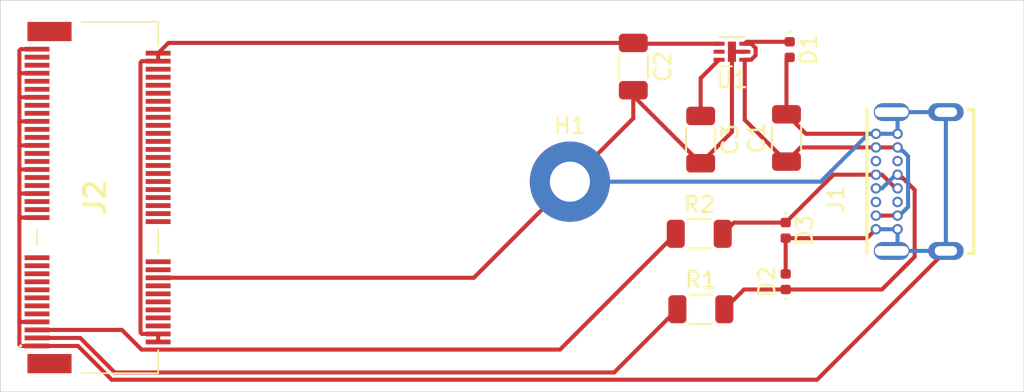
<source format=kicad_pcb>
(kicad_pcb (version 20171130) (host pcbnew "(5.1.10)-1")

  (general
    (thickness 1.6)
    (drawings 16)
    (tracks 125)
    (zones 0)
    (modules 12)
    (nets 64)
  )

  (page A4)
  (layers
    (0 F.Cu signal)
    (31 B.Cu signal)
    (32 B.Adhes user)
    (33 F.Adhes user)
    (34 B.Paste user)
    (35 F.Paste user)
    (36 B.SilkS user)
    (37 F.SilkS user)
    (38 B.Mask user)
    (39 F.Mask user)
    (40 Dwgs.User user hide)
    (41 Cmts.User user)
    (42 Eco1.User user)
    (43 Eco2.User user)
    (44 Edge.Cuts user)
    (45 Margin user hide)
    (46 B.CrtYd user)
    (47 F.CrtYd user)
    (48 B.Fab user)
    (49 F.Fab user)
  )

  (setup
    (last_trace_width 0.254)
    (trace_clearance 0.2)
    (zone_clearance 0.508)
    (zone_45_only no)
    (trace_min 0.254)
    (via_size 0.8)
    (via_drill 0.381)
    (via_min_size 0.381)
    (via_min_drill 0.3)
    (uvia_size 0.3)
    (uvia_drill 0.1)
    (uvias_allowed no)
    (uvia_min_size 0.2)
    (uvia_min_drill 0.1)
    (edge_width 0.05)
    (segment_width 0.2)
    (pcb_text_width 0.3)
    (pcb_text_size 1.5 1.5)
    (mod_edge_width 0.12)
    (mod_text_size 1 1)
    (mod_text_width 0.15)
    (pad_size 1.524 1.524)
    (pad_drill 0.762)
    (pad_to_mask_clearance 0)
    (aux_axis_origin 0 0)
    (grid_origin 80.45 110.4)
    (visible_elements 7FFFFFFF)
    (pcbplotparams
      (layerselection 0x010fc_ffffffff)
      (usegerberextensions false)
      (usegerberattributes true)
      (usegerberadvancedattributes true)
      (creategerberjobfile true)
      (excludeedgelayer true)
      (linewidth 0.100000)
      (plotframeref false)
      (viasonmask false)
      (mode 1)
      (useauxorigin false)
      (hpglpennumber 1)
      (hpglpenspeed 20)
      (hpglpendiameter 15.000000)
      (psnegative false)
      (psa4output false)
      (plotreference true)
      (plotvalue true)
      (plotinvisibletext false)
      (padsonsilk false)
      (subtractmaskfromsilk true)
      (outputformat 1)
      (mirror false)
      (drillshape 0)
      (scaleselection 1)
      (outputdirectory "gerber/"))
  )

  (net 0 "")
  (net 1 GND)
  (net 2 "Net-(J2-Pad6)")
  (net 3 "Net-(J2-Pad8)")
  (net 4 "Net-(J2-Pad9)")
  (net 5 "Net-(J2-Pad10)")
  (net 6 "Net-(J2-Pad11)")
  (net 7 "Net-(J2-Pad12)")
  (net 8 "Net-(J2-Pad13)")
  (net 9 "Net-(J2-Pad14)")
  (net 10 "Net-(J2-Pad15)")
  (net 11 "Net-(J2-Pad16)")
  (net 12 "Net-(J2-Pad17)")
  (net 13 "Net-(J2-Pad19)")
  (net 14 "Net-(J2-Pad20)")
  (net 15 "Net-(J2-Pad21)")
  (net 16 "Net-(J2-Pad22)")
  (net 17 "Net-(J2-Pad23)")
  (net 18 "Net-(J2-Pad32)")
  (net 19 "Net-(J2-Pad34)")
  (net 20 "Net-(J2-Pad35)")
  (net 21 "Net-(J2-Pad36)")
  (net 22 "Net-(J2-Pad37)")
  (net 23 "Net-(J2-Pad38)")
  (net 24 "Net-(J2-Pad40)")
  (net 25 "Net-(J2-Pad41)")
  (net 26 "Net-(J2-Pad42)")
  (net 27 "Net-(J2-Pad43)")
  (net 28 "Net-(J2-Pad44)")
  (net 29 "Net-(J2-Pad46)")
  (net 30 "Net-(J2-Pad47)")
  (net 31 "Net-(J2-Pad48)")
  (net 32 "Net-(J2-Pad49)")
  (net 33 "Net-(J2-Pad50)")
  (net 34 "Net-(J2-Pad52)")
  (net 35 "Net-(J2-Pad53)")
  (net 36 "Net-(J2-Pad54)")
  (net 37 "Net-(J2-Pad55)")
  (net 38 "Net-(J2-Pad56)")
  (net 39 "Net-(J2-Pad58)")
  (net 40 "Net-(J2-Pad59)")
  (net 41 "Net-(J2-Pad60)")
  (net 42 "Net-(J2-Pad61)")
  (net 43 "Net-(J2-Pad62)")
  (net 44 "Net-(J2-Pad64)")
  (net 45 "Net-(J2-Pad65)")
  (net 46 "Net-(J2-Pad66)")
  (net 47 "Net-(J2-Pad67)")
  (net 48 "Net-(J2-Pad68)")
  (net 49 "Net-(J2-Pad70)")
  (net 50 "Net-(J2-Pad71)")
  (net 51 "Net-(J2-Pad73)")
  (net 52 /5V)
  (net 53 /3V3)
  (net 54 "Net-(C3-Pad1)")
  (net 55 /D_minus_USB)
  (net 56 /D_plus_USB)
  (net 57 "Net-(J1-PadA5)")
  (net 58 "Net-(J1-PadA8)")
  (net 59 "Net-(J1-PadB5)")
  (net 60 "Net-(J1-PadB8)")
  (net 61 /D_plus_M2)
  (net 62 /D_minus_M2)
  (net 63 "Net-(U1-Pad5)")

  (net_class Default "This is the default net class."
    (clearance 0.2)
    (trace_width 0.254)
    (via_dia 0.8)
    (via_drill 0.381)
    (uvia_dia 0.3)
    (uvia_drill 0.1)
    (diff_pair_width 0.254)
    (diff_pair_gap 0.25)
    (add_net /3V3)
    (add_net /5V)
    (add_net /D_minus_M2)
    (add_net /D_minus_USB)
    (add_net /D_plus_M2)
    (add_net /D_plus_USB)
    (add_net GND)
    (add_net "Net-(C3-Pad1)")
    (add_net "Net-(J1-PadA5)")
    (add_net "Net-(J1-PadA8)")
    (add_net "Net-(J1-PadB5)")
    (add_net "Net-(J1-PadB8)")
    (add_net "Net-(J2-Pad10)")
    (add_net "Net-(J2-Pad11)")
    (add_net "Net-(J2-Pad12)")
    (add_net "Net-(J2-Pad13)")
    (add_net "Net-(J2-Pad14)")
    (add_net "Net-(J2-Pad15)")
    (add_net "Net-(J2-Pad16)")
    (add_net "Net-(J2-Pad17)")
    (add_net "Net-(J2-Pad19)")
    (add_net "Net-(J2-Pad20)")
    (add_net "Net-(J2-Pad21)")
    (add_net "Net-(J2-Pad22)")
    (add_net "Net-(J2-Pad23)")
    (add_net "Net-(J2-Pad32)")
    (add_net "Net-(J2-Pad34)")
    (add_net "Net-(J2-Pad35)")
    (add_net "Net-(J2-Pad36)")
    (add_net "Net-(J2-Pad37)")
    (add_net "Net-(J2-Pad38)")
    (add_net "Net-(J2-Pad40)")
    (add_net "Net-(J2-Pad41)")
    (add_net "Net-(J2-Pad42)")
    (add_net "Net-(J2-Pad43)")
    (add_net "Net-(J2-Pad44)")
    (add_net "Net-(J2-Pad46)")
    (add_net "Net-(J2-Pad47)")
    (add_net "Net-(J2-Pad48)")
    (add_net "Net-(J2-Pad49)")
    (add_net "Net-(J2-Pad50)")
    (add_net "Net-(J2-Pad52)")
    (add_net "Net-(J2-Pad53)")
    (add_net "Net-(J2-Pad54)")
    (add_net "Net-(J2-Pad55)")
    (add_net "Net-(J2-Pad56)")
    (add_net "Net-(J2-Pad58)")
    (add_net "Net-(J2-Pad59)")
    (add_net "Net-(J2-Pad6)")
    (add_net "Net-(J2-Pad60)")
    (add_net "Net-(J2-Pad61)")
    (add_net "Net-(J2-Pad62)")
    (add_net "Net-(J2-Pad64)")
    (add_net "Net-(J2-Pad65)")
    (add_net "Net-(J2-Pad66)")
    (add_net "Net-(J2-Pad67)")
    (add_net "Net-(J2-Pad68)")
    (add_net "Net-(J2-Pad70)")
    (add_net "Net-(J2-Pad71)")
    (add_net "Net-(J2-Pad73)")
    (add_net "Net-(J2-Pad8)")
    (add_net "Net-(J2-Pad9)")
    (add_net "Net-(U1-Pad5)")
  )

  (module Package_DFN_QFN:MLF-6-1EP_1.6x1.6mm_P0.5mm_EP0.5x1.26mm (layer F.Cu) (tedit 5DC5F696) (tstamp 61A55FBC)
    (at 124.25 86.4 180)
    (descr "MLF, 6 Pin (http://ww1.microchip.com/downloads/en/DeviceDoc/mic5353.pdf), generated with kicad-footprint-generator ipc_noLead_generator.py")
    (tags "MLF NoLead")
    (path /61820D85)
    (attr smd)
    (fp_text reference U1 (at 0 -1.75) (layer F.SilkS)
      (effects (font (size 1 1) (thickness 0.15)))
    )
    (fp_text value MIC5353-3.3YMT (at 0 1.75) (layer F.Fab)
      (effects (font (size 1 1) (thickness 0.15)))
    )
    (fp_text user %R (at 0 0) (layer F.Fab)
      (effects (font (size 0.4 0.4) (thickness 0.06)))
    )
    (fp_line (start 0 -0.91) (end 0.8 -0.91) (layer F.SilkS) (width 0.12))
    (fp_line (start -0.8 0.91) (end 0.8 0.91) (layer F.SilkS) (width 0.12))
    (fp_line (start -0.4 -0.8) (end 0.8 -0.8) (layer F.Fab) (width 0.1))
    (fp_line (start 0.8 -0.8) (end 0.8 0.8) (layer F.Fab) (width 0.1))
    (fp_line (start 0.8 0.8) (end -0.8 0.8) (layer F.Fab) (width 0.1))
    (fp_line (start -0.8 0.8) (end -0.8 -0.4) (layer F.Fab) (width 0.1))
    (fp_line (start -0.8 -0.4) (end -0.4 -0.8) (layer F.Fab) (width 0.1))
    (fp_line (start -1.4 -1.05) (end -1.4 1.05) (layer F.CrtYd) (width 0.05))
    (fp_line (start -1.4 1.05) (end 1.4 1.05) (layer F.CrtYd) (width 0.05))
    (fp_line (start 1.4 1.05) (end 1.4 -1.05) (layer F.CrtYd) (width 0.05))
    (fp_line (start 1.4 -1.05) (end -1.4 -1.05) (layer F.CrtYd) (width 0.05))
    (pad "" smd roundrect (at 0 0.315 180) (size 0.4 0.51) (layers F.Paste) (roundrect_rratio 0.25))
    (pad "" smd roundrect (at 0 -0.315 180) (size 0.4 0.51) (layers F.Paste) (roundrect_rratio 0.25))
    (pad 7 smd rect (at 0 0 180) (size 0.5 1.26) (layers F.Cu F.Mask)
      (net 1 GND))
    (pad 6 smd roundrect (at 0.8 -0.5 180) (size 0.7 0.25) (layers F.Cu F.Paste F.Mask) (roundrect_rratio 0.25)
      (net 54 "Net-(C3-Pad1)"))
    (pad 5 smd roundrect (at 0.8 0 180) (size 0.7 0.25) (layers F.Cu F.Paste F.Mask) (roundrect_rratio 0.25)
      (net 63 "Net-(U1-Pad5)"))
    (pad 4 smd roundrect (at 0.8 0.5 180) (size 0.7 0.25) (layers F.Cu F.Paste F.Mask) (roundrect_rratio 0.25)
      (net 53 /3V3))
    (pad 3 smd roundrect (at -0.8 0.5 180) (size 0.7 0.25) (layers F.Cu F.Paste F.Mask) (roundrect_rratio 0.25)
      (net 52 /5V))
    (pad 2 smd roundrect (at -0.8 0 180) (size 0.7 0.25) (layers F.Cu F.Paste F.Mask) (roundrect_rratio 0.25)
      (net 1 GND))
    (pad 1 smd roundrect (at -0.8 -0.5 180) (size 0.7 0.25) (layers F.Cu F.Paste F.Mask) (roundrect_rratio 0.25)
      (net 52 /5V))
    (model ${KISYS3DMOD}/Package_DFN_QFN.3dshapes/MLF-6-1EP_1.6x1.6mm_P0.5mm_EP0.5x1.26mm.wrl
      (at (xyz 0 0 0))
      (scale (xyz 1 1 1))
      (rotate (xyz 0 0 0))
    )
  )

  (module Resistor_SMD:R_1206_3216Metric (layer F.Cu) (tedit 5F68FEEE) (tstamp 61A55FA3)
    (at 122.2125 97.75)
    (descr "Resistor SMD 1206 (3216 Metric), square (rectangular) end terminal, IPC_7351 nominal, (Body size source: IPC-SM-782 page 72, https://www.pcb-3d.com/wordpress/wp-content/uploads/ipc-sm-782a_amendment_1_and_2.pdf), generated with kicad-footprint-generator")
    (tags resistor)
    (path /616F6EF9)
    (attr smd)
    (fp_text reference R2 (at 0 -1.82) (layer F.SilkS)
      (effects (font (size 1 1) (thickness 0.15)))
    )
    (fp_text value 30 (at 0 1.82) (layer F.Fab)
      (effects (font (size 1 1) (thickness 0.15)))
    )
    (fp_text user %R (at 0 0) (layer F.Fab)
      (effects (font (size 0.8 0.8) (thickness 0.12)))
    )
    (fp_line (start -1.6 0.8) (end -1.6 -0.8) (layer F.Fab) (width 0.1))
    (fp_line (start -1.6 -0.8) (end 1.6 -0.8) (layer F.Fab) (width 0.1))
    (fp_line (start 1.6 -0.8) (end 1.6 0.8) (layer F.Fab) (width 0.1))
    (fp_line (start 1.6 0.8) (end -1.6 0.8) (layer F.Fab) (width 0.1))
    (fp_line (start -0.727064 -0.91) (end 0.727064 -0.91) (layer F.SilkS) (width 0.12))
    (fp_line (start -0.727064 0.91) (end 0.727064 0.91) (layer F.SilkS) (width 0.12))
    (fp_line (start -2.28 1.12) (end -2.28 -1.12) (layer F.CrtYd) (width 0.05))
    (fp_line (start -2.28 -1.12) (end 2.28 -1.12) (layer F.CrtYd) (width 0.05))
    (fp_line (start 2.28 -1.12) (end 2.28 1.12) (layer F.CrtYd) (width 0.05))
    (fp_line (start 2.28 1.12) (end -2.28 1.12) (layer F.CrtYd) (width 0.05))
    (pad 2 smd roundrect (at 1.4625 0) (size 1.125 1.75) (layers F.Cu F.Paste F.Mask) (roundrect_rratio 0.2222213333333333)
      (net 56 /D_plus_USB))
    (pad 1 smd roundrect (at -1.4625 0) (size 1.125 1.75) (layers F.Cu F.Paste F.Mask) (roundrect_rratio 0.2222213333333333)
      (net 61 /D_plus_M2))
    (model ${KISYS3DMOD}/Resistor_SMD.3dshapes/R_1206_3216Metric.wrl
      (at (xyz 0 0 0))
      (scale (xyz 1 1 1))
      (rotate (xyz 0 0 0))
    )
  )

  (module Resistor_SMD:R_1206_3216Metric (layer F.Cu) (tedit 5F68FEEE) (tstamp 61A55F92)
    (at 122.3125 102.45)
    (descr "Resistor SMD 1206 (3216 Metric), square (rectangular) end terminal, IPC_7351 nominal, (Body size source: IPC-SM-782 page 72, https://www.pcb-3d.com/wordpress/wp-content/uploads/ipc-sm-782a_amendment_1_and_2.pdf), generated with kicad-footprint-generator")
    (tags resistor)
    (path /616F5FD8)
    (attr smd)
    (fp_text reference R1 (at 0 -1.82) (layer F.SilkS)
      (effects (font (size 1 1) (thickness 0.15)))
    )
    (fp_text value 30 (at 0 1.82) (layer F.Fab)
      (effects (font (size 1 1) (thickness 0.15)))
    )
    (fp_text user %R (at 0 0) (layer F.Fab)
      (effects (font (size 0.8 0.8) (thickness 0.12)))
    )
    (fp_line (start -1.6 0.8) (end -1.6 -0.8) (layer F.Fab) (width 0.1))
    (fp_line (start -1.6 -0.8) (end 1.6 -0.8) (layer F.Fab) (width 0.1))
    (fp_line (start 1.6 -0.8) (end 1.6 0.8) (layer F.Fab) (width 0.1))
    (fp_line (start 1.6 0.8) (end -1.6 0.8) (layer F.Fab) (width 0.1))
    (fp_line (start -0.727064 -0.91) (end 0.727064 -0.91) (layer F.SilkS) (width 0.12))
    (fp_line (start -0.727064 0.91) (end 0.727064 0.91) (layer F.SilkS) (width 0.12))
    (fp_line (start -2.28 1.12) (end -2.28 -1.12) (layer F.CrtYd) (width 0.05))
    (fp_line (start -2.28 -1.12) (end 2.28 -1.12) (layer F.CrtYd) (width 0.05))
    (fp_line (start 2.28 -1.12) (end 2.28 1.12) (layer F.CrtYd) (width 0.05))
    (fp_line (start 2.28 1.12) (end -2.28 1.12) (layer F.CrtYd) (width 0.05))
    (pad 2 smd roundrect (at 1.4625 0) (size 1.125 1.75) (layers F.Cu F.Paste F.Mask) (roundrect_rratio 0.2222213333333333)
      (net 55 /D_minus_USB))
    (pad 1 smd roundrect (at -1.4625 0) (size 1.125 1.75) (layers F.Cu F.Paste F.Mask) (roundrect_rratio 0.2222213333333333)
      (net 62 /D_minus_M2))
    (model ${KISYS3DMOD}/Resistor_SMD.3dshapes/R_1206_3216Metric.wrl
      (at (xyz 0 0 0))
      (scale (xyz 1 1 1))
      (rotate (xyz 0 0 0))
    )
  )

  (module M2:m2-21992304 (layer F.Cu) (tedit 0) (tstamp 61A55F81)
    (at 84.56 95.49 90)
    (descr 2199230-4_1)
    (tags Connector)
    (path /61A4FFDA)
    (fp_text reference J2 (at 0 0 90) (layer F.SilkS)
      (effects (font (size 1.27 1.27) (thickness 0.254)))
    )
    (fp_text value 2199230-4 (at 0 0 90) (layer F.SilkS) hide
      (effects (font (size 1.27 1.27) (thickness 0.254)))
    )
    (fp_arc (start -9.25 -4.6495) (end -9.2 -4.649) (angle -180) (layer F.SilkS) (width 0.1))
    (fp_arc (start -9.25 -4.6495) (end -9.3 -4.649) (angle -180) (layer F.SilkS) (width 0.1))
    (fp_text user %R (at 0 0 90) (layer F.Fab)
      (effects (font (size 1.27 1.27) (thickness 0.254)))
    )
    (fp_line (start -10.95 -3.625) (end 10.95 -3.625) (layer F.Fab) (width 0.2))
    (fp_line (start 10.95 -3.625) (end 10.95 3.925) (layer F.Fab) (width 0.2))
    (fp_line (start 10.95 3.925) (end -10.95 3.925) (layer F.Fab) (width 0.2))
    (fp_line (start -10.95 3.925) (end -10.95 -3.625) (layer F.Fab) (width 0.2))
    (fp_line (start -11.95 -5.7) (end 11.95 -5.7) (layer F.CrtYd) (width 0.1))
    (fp_line (start 11.95 -5.7) (end 11.95 5.7) (layer F.CrtYd) (width 0.1))
    (fp_line (start 11.95 5.7) (end -11.95 5.7) (layer F.CrtYd) (width 0.1))
    (fp_line (start -11.95 5.7) (end -11.95 -5.7) (layer F.CrtYd) (width 0.1))
    (fp_line (start -3 -3.625) (end -2 -3.625) (layer F.SilkS) (width 0.1))
    (fp_line (start -3.5 3.925) (end -2 3.925) (layer F.SilkS) (width 0.1))
    (fp_line (start -10.95 -0.85) (end -10.95 3.925) (layer F.SilkS) (width 0.1))
    (fp_line (start -10.95 3.925) (end -9.5 3.925) (layer F.SilkS) (width 0.1))
    (fp_line (start 10.95 -0.85) (end 10.95 3.925) (layer F.SilkS) (width 0.1))
    (fp_line (start 10.95 3.925) (end 9.5 3.925) (layer F.SilkS) (width 0.1))
    (fp_line (start -9.3 -4.649) (end -9.3 -4.649) (layer F.SilkS) (width 0.1))
    (fp_line (start -9.2 -4.649) (end -9.2 -4.649) (layer F.SilkS) (width 0.1))
    (pad MP2 smd rect (at 10.35 -2.85 90) (size 1.2 2.75) (layers F.Cu F.Paste F.Mask))
    (pad MP1 smd rect (at -10.35 -2.85 90) (size 1.2 2.75) (layers F.Cu F.Paste F.Mask))
    (pad MH2 np_thru_hole circle (at 10 1.65 90) (size 1.65 0) (drill 1.65) (layers *.Cu *.Mask))
    (pad MH1 np_thru_hole circle (at -10 1.65 90) (size 1.15 0) (drill 1.15) (layers *.Cu *.Mask))
    (pad 75 smd rect (at 9.25 -3.625 90) (size 0.3 1.55) (layers F.Cu F.Paste F.Mask)
      (net 1 GND))
    (pad 74 smd rect (at 9 3.925 90) (size 0.3 1.55) (layers F.Cu F.Paste F.Mask)
      (net 53 /3V3))
    (pad 73 smd rect (at 8.75 -3.625 90) (size 0.3 1.55) (layers F.Cu F.Paste F.Mask)
      (net 51 "Net-(J2-Pad73)"))
    (pad 72 smd rect (at 8.5 3.925 90) (size 0.3 1.55) (layers F.Cu F.Paste F.Mask)
      (net 53 /3V3))
    (pad 71 smd rect (at 8.25 -3.625 90) (size 0.3 1.55) (layers F.Cu F.Paste F.Mask)
      (net 50 "Net-(J2-Pad71)"))
    (pad 70 smd rect (at 8 3.925 90) (size 0.3 1.55) (layers F.Cu F.Paste F.Mask)
      (net 49 "Net-(J2-Pad70)"))
    (pad 69 smd rect (at 7.75 -3.625 90) (size 0.3 1.55) (layers F.Cu F.Paste F.Mask)
      (net 1 GND))
    (pad 68 smd rect (at 7.5 3.925 90) (size 0.3 1.55) (layers F.Cu F.Paste F.Mask)
      (net 48 "Net-(J2-Pad68)"))
    (pad 67 smd rect (at 7.25 -3.625 90) (size 0.3 1.55) (layers F.Cu F.Paste F.Mask)
      (net 47 "Net-(J2-Pad67)"))
    (pad 66 smd rect (at 7 3.925 90) (size 0.3 1.55) (layers F.Cu F.Paste F.Mask)
      (net 46 "Net-(J2-Pad66)"))
    (pad 65 smd rect (at 6.75 -3.625 90) (size 0.3 1.55) (layers F.Cu F.Paste F.Mask)
      (net 45 "Net-(J2-Pad65)"))
    (pad 64 smd rect (at 6.5 3.925 90) (size 0.3 1.55) (layers F.Cu F.Paste F.Mask)
      (net 44 "Net-(J2-Pad64)"))
    (pad 63 smd rect (at 6.25 -3.625 90) (size 0.3 1.55) (layers F.Cu F.Paste F.Mask)
      (net 1 GND))
    (pad 62 smd rect (at 6 3.925 90) (size 0.3 1.55) (layers F.Cu F.Paste F.Mask)
      (net 43 "Net-(J2-Pad62)"))
    (pad 61 smd rect (at 5.75 -3.625 90) (size 0.3 1.55) (layers F.Cu F.Paste F.Mask)
      (net 42 "Net-(J2-Pad61)"))
    (pad 60 smd rect (at 5.5 3.925 90) (size 0.3 1.55) (layers F.Cu F.Paste F.Mask)
      (net 41 "Net-(J2-Pad60)"))
    (pad 59 smd rect (at 5.25 -3.625 90) (size 0.3 1.55) (layers F.Cu F.Paste F.Mask)
      (net 40 "Net-(J2-Pad59)"))
    (pad 58 smd rect (at 5 3.925 90) (size 0.3 1.55) (layers F.Cu F.Paste F.Mask)
      (net 39 "Net-(J2-Pad58)"))
    (pad 57 smd rect (at 4.75 -3.625 90) (size 0.3 1.55) (layers F.Cu F.Paste F.Mask)
      (net 1 GND))
    (pad 56 smd rect (at 4.5 3.925 90) (size 0.3 1.55) (layers F.Cu F.Paste F.Mask)
      (net 38 "Net-(J2-Pad56)"))
    (pad 55 smd rect (at 4.25 -3.625 90) (size 0.3 1.55) (layers F.Cu F.Paste F.Mask)
      (net 37 "Net-(J2-Pad55)"))
    (pad 54 smd rect (at 4 3.925 90) (size 0.3 1.55) (layers F.Cu F.Paste F.Mask)
      (net 36 "Net-(J2-Pad54)"))
    (pad 53 smd rect (at 3.75 -3.625 90) (size 0.3 1.55) (layers F.Cu F.Paste F.Mask)
      (net 35 "Net-(J2-Pad53)"))
    (pad 52 smd rect (at 3.5 3.925 90) (size 0.3 1.55) (layers F.Cu F.Paste F.Mask)
      (net 34 "Net-(J2-Pad52)"))
    (pad 51 smd rect (at 3.25 -3.625 90) (size 0.3 1.55) (layers F.Cu F.Paste F.Mask)
      (net 1 GND))
    (pad 50 smd rect (at 3 3.925 90) (size 0.3 1.55) (layers F.Cu F.Paste F.Mask)
      (net 33 "Net-(J2-Pad50)"))
    (pad 49 smd rect (at 2.75 -3.625 90) (size 0.3 1.55) (layers F.Cu F.Paste F.Mask)
      (net 32 "Net-(J2-Pad49)"))
    (pad 48 smd rect (at 2.5 3.925 90) (size 0.3 1.55) (layers F.Cu F.Paste F.Mask)
      (net 31 "Net-(J2-Pad48)"))
    (pad 47 smd rect (at 2.25 -3.625 90) (size 0.3 1.55) (layers F.Cu F.Paste F.Mask)
      (net 30 "Net-(J2-Pad47)"))
    (pad 46 smd rect (at 2 3.925 90) (size 0.3 1.55) (layers F.Cu F.Paste F.Mask)
      (net 29 "Net-(J2-Pad46)"))
    (pad 45 smd rect (at 1.75 -3.625 90) (size 0.3 1.55) (layers F.Cu F.Paste F.Mask)
      (net 1 GND))
    (pad 44 smd rect (at 1.5 3.925 90) (size 0.3 1.55) (layers F.Cu F.Paste F.Mask)
      (net 28 "Net-(J2-Pad44)"))
    (pad 43 smd rect (at 1.25 -3.625 90) (size 0.3 1.55) (layers F.Cu F.Paste F.Mask)
      (net 27 "Net-(J2-Pad43)"))
    (pad 42 smd rect (at 1 3.925 90) (size 0.3 1.55) (layers F.Cu F.Paste F.Mask)
      (net 26 "Net-(J2-Pad42)"))
    (pad 41 smd rect (at 0.75 -3.625 90) (size 0.3 1.55) (layers F.Cu F.Paste F.Mask)
      (net 25 "Net-(J2-Pad41)"))
    (pad 40 smd rect (at 0.5 3.925 90) (size 0.3 1.55) (layers F.Cu F.Paste F.Mask)
      (net 24 "Net-(J2-Pad40)"))
    (pad 39 smd rect (at 0.25 -3.625 90) (size 0.3 1.55) (layers F.Cu F.Paste F.Mask)
      (net 1 GND))
    (pad 38 smd rect (at 0 3.925 90) (size 0.3 1.55) (layers F.Cu F.Paste F.Mask)
      (net 23 "Net-(J2-Pad38)"))
    (pad 37 smd rect (at -0.25 -3.625 90) (size 0.3 1.55) (layers F.Cu F.Paste F.Mask)
      (net 22 "Net-(J2-Pad37)"))
    (pad 36 smd rect (at -0.5 3.925 90) (size 0.3 1.55) (layers F.Cu F.Paste F.Mask)
      (net 21 "Net-(J2-Pad36)"))
    (pad 35 smd rect (at -0.75 -3.625 90) (size 0.3 1.55) (layers F.Cu F.Paste F.Mask)
      (net 20 "Net-(J2-Pad35)"))
    (pad 34 smd rect (at -1 3.925 90) (size 0.3 1.55) (layers F.Cu F.Paste F.Mask)
      (net 19 "Net-(J2-Pad34)"))
    (pad 33 smd rect (at -1.25 -3.625 90) (size 0.3 1.55) (layers F.Cu F.Paste F.Mask)
      (net 1 GND))
    (pad 32 smd rect (at -1.5 3.925 90) (size 0.3 1.55) (layers F.Cu F.Paste F.Mask)
      (net 18 "Net-(J2-Pad32)"))
    (pad 23 smd rect (at -3.75 -3.625 90) (size 0.3 1.55) (layers F.Cu F.Paste F.Mask)
      (net 17 "Net-(J2-Pad23)"))
    (pad 22 smd rect (at -4 3.925 90) (size 0.3 1.55) (layers F.Cu F.Paste F.Mask)
      (net 16 "Net-(J2-Pad22)"))
    (pad 21 smd rect (at -4.25 -3.625 90) (size 0.3 1.55) (layers F.Cu F.Paste F.Mask)
      (net 15 "Net-(J2-Pad21)"))
    (pad 20 smd rect (at -4.5 3.925 90) (size 0.3 1.55) (layers F.Cu F.Paste F.Mask)
      (net 14 "Net-(J2-Pad20)"))
    (pad 19 smd rect (at -4.75 -3.625 90) (size 0.3 1.55) (layers F.Cu F.Paste F.Mask)
      (net 13 "Net-(J2-Pad19)"))
    (pad 18 smd rect (at -5 3.925 90) (size 0.3 1.55) (layers F.Cu F.Paste F.Mask)
      (net 1 GND))
    (pad 17 smd rect (at -5.25 -3.625 90) (size 0.3 1.55) (layers F.Cu F.Paste F.Mask)
      (net 12 "Net-(J2-Pad17)"))
    (pad 16 smd rect (at -5.5 3.925 90) (size 0.3 1.55) (layers F.Cu F.Paste F.Mask)
      (net 11 "Net-(J2-Pad16)"))
    (pad 15 smd rect (at -5.75 -3.625 90) (size 0.3 1.55) (layers F.Cu F.Paste F.Mask)
      (net 10 "Net-(J2-Pad15)"))
    (pad 14 smd rect (at -6 3.925 90) (size 0.3 1.55) (layers F.Cu F.Paste F.Mask)
      (net 9 "Net-(J2-Pad14)"))
    (pad 13 smd rect (at -6.25 -3.625 90) (size 0.3 1.55) (layers F.Cu F.Paste F.Mask)
      (net 8 "Net-(J2-Pad13)"))
    (pad 12 smd rect (at -6.5 3.925 90) (size 0.3 1.55) (layers F.Cu F.Paste F.Mask)
      (net 7 "Net-(J2-Pad12)"))
    (pad 11 smd rect (at -6.75 -3.625 90) (size 0.3 1.55) (layers F.Cu F.Paste F.Mask)
      (net 6 "Net-(J2-Pad11)"))
    (pad 10 smd rect (at -7 3.925 90) (size 0.3 1.55) (layers F.Cu F.Paste F.Mask)
      (net 5 "Net-(J2-Pad10)"))
    (pad 9 smd rect (at -7.25 -3.625 90) (size 0.3 1.55) (layers F.Cu F.Paste F.Mask)
      (net 4 "Net-(J2-Pad9)"))
    (pad 8 smd rect (at -7.5 3.925 90) (size 0.3 1.55) (layers F.Cu F.Paste F.Mask)
      (net 3 "Net-(J2-Pad8)"))
    (pad 7 smd rect (at -7.75 -3.625 90) (size 0.3 1.55) (layers F.Cu F.Paste F.Mask)
      (net 1 GND))
    (pad 6 smd rect (at -8 3.925 90) (size 0.3 1.55) (layers F.Cu F.Paste F.Mask)
      (net 2 "Net-(J2-Pad6)"))
    (pad 5 smd rect (at -8.25 -3.625 90) (size 0.3 1.55) (layers F.Cu F.Paste F.Mask)
      (net 61 /D_plus_M2))
    (pad 4 smd rect (at -8.5 3.925 90) (size 0.3 1.55) (layers F.Cu F.Paste F.Mask)
      (net 53 /3V3))
    (pad 3 smd rect (at -8.75 -3.625 90) (size 0.3 1.55) (layers F.Cu F.Paste F.Mask)
      (net 62 /D_minus_M2))
    (pad 2 smd rect (at -9 3.925 90) (size 0.3 1.55) (layers F.Cu F.Paste F.Mask)
      (net 53 /3V3))
    (pad 1 smd rect (at -9.25 -3.625 90) (size 0.3 1.55) (layers F.Cu F.Paste F.Mask)
      (net 1 GND))
    (model D:\KiCad\MauserParts\SamacSys_Parts.3dshapes\2199230-4.stp
      (offset (xyz 0 -4.150000033040764 2.239999975895316))
      (scale (xyz 1 1 1))
      (rotate (xyz -90 0 0))
    )
  )

  (module USB-C:GCT_USB4085-GF-A_REVA4 (layer F.Cu) (tedit 61A4EFEE) (tstamp 61A55F23)
    (at 137.25 94.49 90)
    (path /61A52E8A)
    (fp_text reference J1 (at -1.097425 -6.515415 90) (layer F.SilkS)
      (effects (font (size 1.00015 1.00015) (thickness 0.15)))
    )
    (fp_text value USB4085-GF-A_REVA4 (at -0.21 0.4 90) (layer F.Fab)
      (effects (font (size 1.001543 1.001543) (thickness 0.15)))
    )
    (fp_text user PCB-Edge (at 5.70338 2.07623 90) (layer Dwgs.User)
      (effects (font (size 0.64 0.64) (thickness 0.15)))
    )
    (fp_line (start -5.3 2.075) (end 5.9 2.075) (layer F.Fab) (width 0.127))
    (fp_line (start -4.475 -4.585) (end 4.475 -4.585) (layer F.Fab) (width 0.1))
    (fp_line (start 4.475 -4.585) (end 4.475 4.585) (layer F.Fab) (width 0.1))
    (fp_line (start 4.475 4.585) (end -4.475 4.585) (layer F.Fab) (width 0.1))
    (fp_line (start -4.475 4.585) (end -4.475 -4.585) (layer F.Fab) (width 0.1))
    (fp_line (start -4.475 -4.585) (end 4.475 -4.585) (layer F.SilkS) (width 0.2))
    (fp_line (start -4.475 1.725) (end -4.475 2.075) (layer F.SilkS) (width 0.2))
    (fp_line (start -4.475 2.075) (end 4.475 2.075) (layer F.SilkS) (width 0.2))
    (fp_line (start 4.475 2.075) (end 4.475 1.725) (layer F.SilkS) (width 0.2))
    (fp_line (start -5.1 -4.825) (end 5.15 -4.825) (layer F.CrtYd) (width 0.05))
    (fp_line (start 5.15 -4.825) (end 5.15 4.825) (layer F.CrtYd) (width 0.05))
    (fp_line (start 5.15 4.825) (end -5.1 4.825) (layer F.CrtYd) (width 0.05))
    (fp_line (start -5.1 4.825) (end -5.1 -4.825) (layer F.CrtYd) (width 0.05))
    (pad P4 thru_hole oval (at -4.325 0.335 90) (size 1.108 2.216) (drill oval 0.6 1.4) (layers *.Cu *.Mask)
      (net 1 GND))
    (pad P3 thru_hole oval (at 4.325 0.335 90) (size 1.108 2.216) (drill oval 0.6 1.4) (layers *.Cu *.Mask)
      (net 1 GND))
    (pad P2 thru_hole oval (at 4.325 -3.045 90) (size 1.108 2.216) (drill oval 0.6 2.1) (layers *.Cu *.Mask)
      (net 1 GND))
    (pad P1 thru_hole oval (at -4.325 -3.045 90) (size 1.108 2.216) (drill oval 0.6 2.1) (layers *.Cu *.Mask)
      (net 1 GND))
    (pad B12 thru_hole circle (at -2.975 -2.675 90) (size 0.65 0.65) (drill 0.4) (layers *.Cu *.Mask)
      (net 1 GND))
    (pad B9 thru_hole circle (at -2.125 -2.675 90) (size 0.65 0.65) (drill 0.4) (layers *.Cu *.Mask)
      (net 52 /5V))
    (pad B8 thru_hole circle (at -1.275 -2.675 90) (size 0.65 0.65) (drill 0.4) (layers *.Cu *.Mask)
      (net 60 "Net-(J1-PadB8)"))
    (pad B7 thru_hole circle (at -0.425 -2.675 90) (size 0.65 0.65) (drill 0.4) (layers *.Cu *.Mask)
      (net 56 /D_plus_USB))
    (pad B6 thru_hole circle (at 0.425 -2.675 90) (size 0.65 0.65) (drill 0.4) (layers *.Cu *.Mask)
      (net 55 /D_minus_USB))
    (pad B5 thru_hole circle (at 1.275 -2.675 90) (size 0.65 0.65) (drill 0.4) (layers *.Cu *.Mask)
      (net 59 "Net-(J1-PadB5)"))
    (pad B4 thru_hole circle (at 2.125 -2.675 90) (size 0.65 0.65) (drill 0.4) (layers *.Cu *.Mask)
      (net 52 /5V))
    (pad B1 thru_hole circle (at 2.975 -2.675 90) (size 0.65 0.65) (drill 0.4) (layers *.Cu *.Mask)
      (net 1 GND))
    (pad A12 thru_hole circle (at 2.975 -4.025 90) (size 0.65 0.65) (drill 0.4) (layers *.Cu *.Mask)
      (net 1 GND))
    (pad A9 thru_hole circle (at 2.125 -4.025 90) (size 0.65 0.65) (drill 0.4) (layers *.Cu *.Mask)
      (net 52 /5V))
    (pad A8 thru_hole circle (at 1.275 -4.025 90) (size 0.65 0.65) (drill 0.4) (layers *.Cu *.Mask)
      (net 58 "Net-(J1-PadA8)"))
    (pad A7 thru_hole circle (at 0.425 -4.025 90) (size 0.65 0.65) (drill 0.4) (layers *.Cu *.Mask)
      (net 56 /D_plus_USB))
    (pad A6 thru_hole circle (at -0.425 -4.025 90) (size 0.65 0.65) (drill 0.4) (layers *.Cu *.Mask)
      (net 55 /D_minus_USB))
    (pad A5 thru_hole circle (at -1.275 -4.025 90) (size 0.65 0.65) (drill 0.4) (layers *.Cu *.Mask)
      (net 57 "Net-(J1-PadA5)"))
    (pad A4 thru_hole circle (at -2.125 -4.025 90) (size 0.65 0.65) (drill 0.4) (layers *.Cu *.Mask)
      (net 52 /5V))
    (pad A1 thru_hole circle (at -2.975 -4.025 90) (size 0.65 0.65) (drill 0.4) (layers *.Cu *.Mask)
      (net 1 GND))
  )

  (module MountingHole:MountingHole_2.5mm_Pad (layer F.Cu) (tedit 56D1B4CB) (tstamp 61A55EFD)
    (at 114.15 94.5)
    (descr "Mounting Hole 2.5mm")
    (tags "mounting hole 2.5mm")
    (path /6191F394)
    (attr virtual)
    (fp_text reference H1 (at 0 -3.5) (layer F.SilkS)
      (effects (font (size 1 1) (thickness 0.15)))
    )
    (fp_text value MountingHole_Pad (at 0 3.5) (layer F.Fab)
      (effects (font (size 1 1) (thickness 0.15)))
    )
    (fp_text user %R (at 0.3 0) (layer F.Fab)
      (effects (font (size 1 1) (thickness 0.15)))
    )
    (fp_circle (center 0 0) (end 2.5 0) (layer Cmts.User) (width 0.15))
    (fp_circle (center 0 0) (end 2.75 0) (layer F.CrtYd) (width 0.05))
    (pad 1 thru_hole circle (at 0 0) (size 5 5) (drill 2.5) (layers *.Cu *.Mask)
      (net 1 GND))
  )

  (module Diode_SMD:D_0402_1005Metric (layer F.Cu) (tedit 5F68FEF0) (tstamp 61A55EF5)
    (at 127.6 97.535 270)
    (descr "Diode SMD 0402 (1005 Metric), square (rectangular) end terminal, IPC_7351 nominal, (Body size source: http://www.tortai-tech.com/upload/download/2011102023233369053.pdf), generated with kicad-footprint-generator")
    (tags diode)
    (path /6181C6B2)
    (attr smd)
    (fp_text reference D3 (at 0 -1.17 90) (layer F.SilkS)
      (effects (font (size 1 1) (thickness 0.15)))
    )
    (fp_text value D_TVS (at 0 1.17 90) (layer F.Fab)
      (effects (font (size 1 1) (thickness 0.15)))
    )
    (fp_text user %R (at 0 0 90) (layer F.Fab)
      (effects (font (size 0.25 0.25) (thickness 0.04)))
    )
    (fp_circle (center -1.09 0) (end -1.04 0) (layer F.SilkS) (width 0.1))
    (fp_line (start -0.5 0.25) (end -0.5 -0.25) (layer F.Fab) (width 0.1))
    (fp_line (start -0.5 -0.25) (end 0.5 -0.25) (layer F.Fab) (width 0.1))
    (fp_line (start 0.5 -0.25) (end 0.5 0.25) (layer F.Fab) (width 0.1))
    (fp_line (start 0.5 0.25) (end -0.5 0.25) (layer F.Fab) (width 0.1))
    (fp_line (start -0.4 0.25) (end -0.4 -0.25) (layer F.Fab) (width 0.1))
    (fp_line (start -0.3 0.25) (end -0.3 -0.25) (layer F.Fab) (width 0.1))
    (fp_line (start -0.93 0.47) (end -0.93 -0.47) (layer F.CrtYd) (width 0.05))
    (fp_line (start -0.93 -0.47) (end 0.93 -0.47) (layer F.CrtYd) (width 0.05))
    (fp_line (start 0.93 -0.47) (end 0.93 0.47) (layer F.CrtYd) (width 0.05))
    (fp_line (start 0.93 0.47) (end -0.93 0.47) (layer F.CrtYd) (width 0.05))
    (pad 2 smd roundrect (at 0.485 0 270) (size 0.59 0.64) (layers F.Cu F.Paste F.Mask) (roundrect_rratio 0.25)
      (net 1 GND))
    (pad 1 smd roundrect (at -0.485 0 270) (size 0.59 0.64) (layers F.Cu F.Paste F.Mask) (roundrect_rratio 0.25)
      (net 56 /D_plus_USB))
    (model ${KISYS3DMOD}/Diode_SMD.3dshapes/D_0402_1005Metric.wrl
      (at (xyz 0 0 0))
      (scale (xyz 1 1 1))
      (rotate (xyz 0 0 0))
    )
  )

  (module Diode_SMD:D_0402_1005Metric (layer F.Cu) (tedit 5F68FEF0) (tstamp 61A55EE3)
    (at 127.6 100.735 90)
    (descr "Diode SMD 0402 (1005 Metric), square (rectangular) end terminal, IPC_7351 nominal, (Body size source: http://www.tortai-tech.com/upload/download/2011102023233369053.pdf), generated with kicad-footprint-generator")
    (tags diode)
    (path /6181C19F)
    (attr smd)
    (fp_text reference D2 (at 0 -1.17 90) (layer F.SilkS)
      (effects (font (size 1 1) (thickness 0.15)))
    )
    (fp_text value D_TVS (at 0 1.17 90) (layer F.Fab)
      (effects (font (size 1 1) (thickness 0.15)))
    )
    (fp_text user %R (at 0 0 90) (layer F.Fab)
      (effects (font (size 0.25 0.25) (thickness 0.04)))
    )
    (fp_circle (center -1.09 0) (end -1.04 0) (layer F.SilkS) (width 0.1))
    (fp_line (start -0.5 0.25) (end -0.5 -0.25) (layer F.Fab) (width 0.1))
    (fp_line (start -0.5 -0.25) (end 0.5 -0.25) (layer F.Fab) (width 0.1))
    (fp_line (start 0.5 -0.25) (end 0.5 0.25) (layer F.Fab) (width 0.1))
    (fp_line (start 0.5 0.25) (end -0.5 0.25) (layer F.Fab) (width 0.1))
    (fp_line (start -0.4 0.25) (end -0.4 -0.25) (layer F.Fab) (width 0.1))
    (fp_line (start -0.3 0.25) (end -0.3 -0.25) (layer F.Fab) (width 0.1))
    (fp_line (start -0.93 0.47) (end -0.93 -0.47) (layer F.CrtYd) (width 0.05))
    (fp_line (start -0.93 -0.47) (end 0.93 -0.47) (layer F.CrtYd) (width 0.05))
    (fp_line (start 0.93 -0.47) (end 0.93 0.47) (layer F.CrtYd) (width 0.05))
    (fp_line (start 0.93 0.47) (end -0.93 0.47) (layer F.CrtYd) (width 0.05))
    (pad 2 smd roundrect (at 0.485 0 90) (size 0.59 0.64) (layers F.Cu F.Paste F.Mask) (roundrect_rratio 0.25)
      (net 1 GND))
    (pad 1 smd roundrect (at -0.485 0 90) (size 0.59 0.64) (layers F.Cu F.Paste F.Mask) (roundrect_rratio 0.25)
      (net 55 /D_minus_USB))
    (model ${KISYS3DMOD}/Diode_SMD.3dshapes/D_0402_1005Metric.wrl
      (at (xyz 0 0 0))
      (scale (xyz 1 1 1))
      (rotate (xyz 0 0 0))
    )
  )

  (module Diode_SMD:D_0402_1005Metric (layer F.Cu) (tedit 5F68FEF0) (tstamp 61A55ED1)
    (at 127.85 86.265 270)
    (descr "Diode SMD 0402 (1005 Metric), square (rectangular) end terminal, IPC_7351 nominal, (Body size source: http://www.tortai-tech.com/upload/download/2011102023233369053.pdf), generated with kicad-footprint-generator")
    (tags diode)
    (path /6181EE46)
    (attr smd)
    (fp_text reference D1 (at 0 -1.17 90) (layer F.SilkS)
      (effects (font (size 1 1) (thickness 0.15)))
    )
    (fp_text value D_TVS (at 0 1.17 90) (layer F.Fab)
      (effects (font (size 1 1) (thickness 0.15)))
    )
    (fp_text user %R (at 0 0 90) (layer F.Fab)
      (effects (font (size 0.25 0.25) (thickness 0.04)))
    )
    (fp_circle (center -1.09 0) (end -1.04 0) (layer F.SilkS) (width 0.1))
    (fp_line (start -0.5 0.25) (end -0.5 -0.25) (layer F.Fab) (width 0.1))
    (fp_line (start -0.5 -0.25) (end 0.5 -0.25) (layer F.Fab) (width 0.1))
    (fp_line (start 0.5 -0.25) (end 0.5 0.25) (layer F.Fab) (width 0.1))
    (fp_line (start 0.5 0.25) (end -0.5 0.25) (layer F.Fab) (width 0.1))
    (fp_line (start -0.4 0.25) (end -0.4 -0.25) (layer F.Fab) (width 0.1))
    (fp_line (start -0.3 0.25) (end -0.3 -0.25) (layer F.Fab) (width 0.1))
    (fp_line (start -0.93 0.47) (end -0.93 -0.47) (layer F.CrtYd) (width 0.05))
    (fp_line (start -0.93 -0.47) (end 0.93 -0.47) (layer F.CrtYd) (width 0.05))
    (fp_line (start 0.93 -0.47) (end 0.93 0.47) (layer F.CrtYd) (width 0.05))
    (fp_line (start 0.93 0.47) (end -0.93 0.47) (layer F.CrtYd) (width 0.05))
    (pad 2 smd roundrect (at 0.485 0 270) (size 0.59 0.64) (layers F.Cu F.Paste F.Mask) (roundrect_rratio 0.25)
      (net 1 GND))
    (pad 1 smd roundrect (at -0.485 0 270) (size 0.59 0.64) (layers F.Cu F.Paste F.Mask) (roundrect_rratio 0.25)
      (net 52 /5V))
    (model ${KISYS3DMOD}/Diode_SMD.3dshapes/D_0402_1005Metric.wrl
      (at (xyz 0 0 0))
      (scale (xyz 1 1 1))
      (rotate (xyz 0 0 0))
    )
  )

  (module Capacitor_SMD:C_1206_3216Metric (layer F.Cu) (tedit 5F68FEEE) (tstamp 61A55EBF)
    (at 122.3 91.875 270)
    (descr "Capacitor SMD 1206 (3216 Metric), square (rectangular) end terminal, IPC_7351 nominal, (Body size source: IPC-SM-782 page 76, https://www.pcb-3d.com/wordpress/wp-content/uploads/ipc-sm-782a_amendment_1_and_2.pdf), generated with kicad-footprint-generator")
    (tags capacitor)
    (path /61825BD7)
    (attr smd)
    (fp_text reference C3 (at 0 -1.85 90) (layer F.SilkS)
      (effects (font (size 1 1) (thickness 0.15)))
    )
    (fp_text value ".01 u" (at 0 1.85 90) (layer F.Fab)
      (effects (font (size 1 1) (thickness 0.15)))
    )
    (fp_text user %R (at 0 0 90) (layer F.Fab)
      (effects (font (size 0.8 0.8) (thickness 0.12)))
    )
    (fp_line (start -1.6 0.8) (end -1.6 -0.8) (layer F.Fab) (width 0.1))
    (fp_line (start -1.6 -0.8) (end 1.6 -0.8) (layer F.Fab) (width 0.1))
    (fp_line (start 1.6 -0.8) (end 1.6 0.8) (layer F.Fab) (width 0.1))
    (fp_line (start 1.6 0.8) (end -1.6 0.8) (layer F.Fab) (width 0.1))
    (fp_line (start -0.711252 -0.91) (end 0.711252 -0.91) (layer F.SilkS) (width 0.12))
    (fp_line (start -0.711252 0.91) (end 0.711252 0.91) (layer F.SilkS) (width 0.12))
    (fp_line (start -2.3 1.15) (end -2.3 -1.15) (layer F.CrtYd) (width 0.05))
    (fp_line (start -2.3 -1.15) (end 2.3 -1.15) (layer F.CrtYd) (width 0.05))
    (fp_line (start 2.3 -1.15) (end 2.3 1.15) (layer F.CrtYd) (width 0.05))
    (fp_line (start 2.3 1.15) (end -2.3 1.15) (layer F.CrtYd) (width 0.05))
    (pad 2 smd roundrect (at 1.475 0 270) (size 1.15 1.8) (layers F.Cu F.Paste F.Mask) (roundrect_rratio 0.2173904347826087)
      (net 1 GND))
    (pad 1 smd roundrect (at -1.475 0 270) (size 1.15 1.8) (layers F.Cu F.Paste F.Mask) (roundrect_rratio 0.2173904347826087)
      (net 54 "Net-(C3-Pad1)"))
    (model ${KISYS3DMOD}/Capacitor_SMD.3dshapes/C_1206_3216Metric.wrl
      (at (xyz 0 0 0))
      (scale (xyz 1 1 1))
      (rotate (xyz 0 0 0))
    )
  )

  (module Capacitor_SMD:C_1206_3216Metric (layer F.Cu) (tedit 5F68FEEE) (tstamp 61A55EAE)
    (at 118.1 87.325 270)
    (descr "Capacitor SMD 1206 (3216 Metric), square (rectangular) end terminal, IPC_7351 nominal, (Body size source: IPC-SM-782 page 76, https://www.pcb-3d.com/wordpress/wp-content/uploads/ipc-sm-782a_amendment_1_and_2.pdf), generated with kicad-footprint-generator")
    (tags capacitor)
    (path /618206B8)
    (attr smd)
    (fp_text reference C2 (at 0 -1.85 90) (layer F.SilkS)
      (effects (font (size 1 1) (thickness 0.15)))
    )
    (fp_text value "1 u" (at 0 1.85 90) (layer F.Fab)
      (effects (font (size 1 1) (thickness 0.15)))
    )
    (fp_text user %R (at 0 0 90) (layer F.Fab)
      (effects (font (size 0.8 0.8) (thickness 0.12)))
    )
    (fp_line (start -1.6 0.8) (end -1.6 -0.8) (layer F.Fab) (width 0.1))
    (fp_line (start -1.6 -0.8) (end 1.6 -0.8) (layer F.Fab) (width 0.1))
    (fp_line (start 1.6 -0.8) (end 1.6 0.8) (layer F.Fab) (width 0.1))
    (fp_line (start 1.6 0.8) (end -1.6 0.8) (layer F.Fab) (width 0.1))
    (fp_line (start -0.711252 -0.91) (end 0.711252 -0.91) (layer F.SilkS) (width 0.12))
    (fp_line (start -0.711252 0.91) (end 0.711252 0.91) (layer F.SilkS) (width 0.12))
    (fp_line (start -2.3 1.15) (end -2.3 -1.15) (layer F.CrtYd) (width 0.05))
    (fp_line (start -2.3 -1.15) (end 2.3 -1.15) (layer F.CrtYd) (width 0.05))
    (fp_line (start 2.3 -1.15) (end 2.3 1.15) (layer F.CrtYd) (width 0.05))
    (fp_line (start 2.3 1.15) (end -2.3 1.15) (layer F.CrtYd) (width 0.05))
    (pad 2 smd roundrect (at 1.475 0 270) (size 1.15 1.8) (layers F.Cu F.Paste F.Mask) (roundrect_rratio 0.2173904347826087)
      (net 1 GND))
    (pad 1 smd roundrect (at -1.475 0 270) (size 1.15 1.8) (layers F.Cu F.Paste F.Mask) (roundrect_rratio 0.2173904347826087)
      (net 53 /3V3))
    (model ${KISYS3DMOD}/Capacitor_SMD.3dshapes/C_1206_3216Metric.wrl
      (at (xyz 0 0 0))
      (scale (xyz 1 1 1))
      (rotate (xyz 0 0 0))
    )
  )

  (module Capacitor_SMD:C_1206_3216Metric (layer F.Cu) (tedit 5F68FEEE) (tstamp 61A55E9D)
    (at 127.65 91.775 90)
    (descr "Capacitor SMD 1206 (3216 Metric), square (rectangular) end terminal, IPC_7351 nominal, (Body size source: IPC-SM-782 page 76, https://www.pcb-3d.com/wordpress/wp-content/uploads/ipc-sm-782a_amendment_1_and_2.pdf), generated with kicad-footprint-generator")
    (tags capacitor)
    (path /616F91E9)
    (attr smd)
    (fp_text reference C1 (at 0 -1.85 90) (layer F.SilkS)
      (effects (font (size 1 1) (thickness 0.15)))
    )
    (fp_text value "1 u" (at 0 1.85 90) (layer F.Fab)
      (effects (font (size 1 1) (thickness 0.15)))
    )
    (fp_text user %R (at 0 0 90) (layer F.Fab)
      (effects (font (size 0.8 0.8) (thickness 0.12)))
    )
    (fp_line (start -1.6 0.8) (end -1.6 -0.8) (layer F.Fab) (width 0.1))
    (fp_line (start -1.6 -0.8) (end 1.6 -0.8) (layer F.Fab) (width 0.1))
    (fp_line (start 1.6 -0.8) (end 1.6 0.8) (layer F.Fab) (width 0.1))
    (fp_line (start 1.6 0.8) (end -1.6 0.8) (layer F.Fab) (width 0.1))
    (fp_line (start -0.711252 -0.91) (end 0.711252 -0.91) (layer F.SilkS) (width 0.12))
    (fp_line (start -0.711252 0.91) (end 0.711252 0.91) (layer F.SilkS) (width 0.12))
    (fp_line (start -2.3 1.15) (end -2.3 -1.15) (layer F.CrtYd) (width 0.05))
    (fp_line (start -2.3 -1.15) (end 2.3 -1.15) (layer F.CrtYd) (width 0.05))
    (fp_line (start 2.3 -1.15) (end 2.3 1.15) (layer F.CrtYd) (width 0.05))
    (fp_line (start 2.3 1.15) (end -2.3 1.15) (layer F.CrtYd) (width 0.05))
    (pad 2 smd roundrect (at 1.475 0 90) (size 1.15 1.8) (layers F.Cu F.Paste F.Mask) (roundrect_rratio 0.2173904347826087)
      (net 1 GND))
    (pad 1 smd roundrect (at -1.475 0 90) (size 1.15 1.8) (layers F.Cu F.Paste F.Mask) (roundrect_rratio 0.2173904347826087)
      (net 52 /5V))
    (model ${KISYS3DMOD}/Capacitor_SMD.3dshapes/C_1206_3216Metric.wrl
      (at (xyz 0 0 0))
      (scale (xyz 1 1 1))
      (rotate (xyz 0 0 0))
    )
  )

  (gr_line (start 142.45 83.2) (end 114.55 83.2) (layer Edge.Cuts) (width 0.05) (tstamp 61A57007))
  (gr_line (start 142.45 88.4) (end 142.45 83.2) (layer Edge.Cuts) (width 0.05))
  (gr_line (start 78.65 83.2) (end 114.55 83.2) (layer Edge.Cuts) (width 0.05))
  (gr_line (start 78.65 107.6) (end 78.65 83.2) (layer Edge.Cuts) (width 0.05))
  (gr_line (start 78.75 107.6) (end 78.65 107.6) (layer Edge.Cuts) (width 0.05))
  (gr_line (start 142.45 107.6) (end 140.45 107.6) (layer Edge.Cuts) (width 0.05) (tstamp 61A57005))
  (gr_line (start 142.45 88.4) (end 142.45 107.6) (layer Edge.Cuts) (width 0.05))
  (gr_line (start 78.75 107.6) (end 140.45 107.6) (layer Edge.Cuts) (width 0.05))
  (gr_line (start 84.08 94.49) (end 114.08 94.49) (layer Dwgs.User) (width 0.15))
  (gr_line (start 78.88 94.49) (end 223.18 94.49) (layer Margin) (width 0.15))
  (dimension 12.950015 (width 0.15) (layer Margin)
    (gr_text "12.950 mm" (at 76.850251 100.96188 89.91151238) (layer Margin)
      (effects (font (size 1 1) (thickness 0.15)))
    )
    (feature1 (pts (xy 78.88 94.49) (xy 77.573829 94.487983)))
    (feature2 (pts (xy 78.86 107.44) (xy 77.553829 107.437983)))
    (crossbar (pts (xy 78.140249 107.438888) (xy 78.160249 94.488888)))
    (arrow1a (pts (xy 78.160249 94.488888) (xy 78.744929 95.616296)))
    (arrow1b (pts (xy 78.160249 94.488888) (xy 77.572089 95.614485)))
    (arrow2a (pts (xy 78.140249 107.438888) (xy 78.728409 106.313291)))
    (arrow2b (pts (xy 78.140249 107.438888) (xy 77.555569 106.31148)))
  )
  (dimension 23.9 (width 0.15) (layer Margin)
    (gr_text "23.900 mm" (at 74.81 95.49 90) (layer Margin)
      (effects (font (size 1 1) (thickness 0.15)))
    )
    (feature1 (pts (xy 78.86 83.54) (xy 75.523579 83.54)))
    (feature2 (pts (xy 78.86 107.44) (xy 75.523579 107.44)))
    (crossbar (pts (xy 76.11 107.44) (xy 76.11 83.54)))
    (arrow1a (pts (xy 76.11 83.54) (xy 76.696421 84.666504)))
    (arrow1b (pts (xy 76.11 83.54) (xy 75.523579 84.666504)))
    (arrow2a (pts (xy 76.11 107.44) (xy 76.696421 106.313496)))
    (arrow2b (pts (xy 76.11 107.44) (xy 75.523579 106.313496)))
  )
  (gr_line (start 85.06 107.44) (end 85.06 74.66) (layer Margin) (width 0.15))
  (dimension 5.2 (width 0.15) (layer Margin)
    (gr_text "5.200 mm" (at 87.66 112.62) (layer Margin)
      (effects (font (size 1 1) (thickness 0.15)))
    )
    (feature1 (pts (xy 85.06 107.44) (xy 85.06 111.906421)))
    (feature2 (pts (xy 90.26 107.44) (xy 90.26 111.906421)))
    (crossbar (pts (xy 90.26 111.32) (xy 85.06 111.32)))
    (arrow1a (pts (xy 85.06 111.32) (xy 86.186504 110.733579)))
    (arrow1b (pts (xy 85.06 111.32) (xy 86.186504 111.906421)))
    (arrow2a (pts (xy 90.26 111.32) (xy 89.133496 110.733579)))
    (arrow2b (pts (xy 90.26 111.32) (xy 89.133496 111.906421)))
  )
  (dimension 11.4 (width 0.15) (layer Margin)
    (gr_text "11.400 mm" (at 84.56 109.66) (layer Margin)
      (effects (font (size 1 1) (thickness 0.15)))
    )
    (feature1 (pts (xy 90.26 107.44) (xy 90.26 108.946421)))
    (feature2 (pts (xy 78.86 107.44) (xy 78.86 108.946421)))
    (crossbar (pts (xy 78.86 108.36) (xy 90.26 108.36)))
    (arrow1a (pts (xy 90.26 108.36) (xy 89.133496 108.946421)))
    (arrow1b (pts (xy 90.26 108.36) (xy 89.133496 107.773579)))
    (arrow2a (pts (xy 78.86 108.36) (xy 79.986504 108.946421)))
    (arrow2b (pts (xy 78.86 108.36) (xy 79.986504 107.773579)))
  )
  (gr_line (start 114.15 99.1) (end 114.15 90.15) (layer Dwgs.User) (width 0.15) (tstamp 61A56315))

  (segment (start 134.205 90.165) (end 137.585 90.165) (width 0.254) (layer B.Cu) (net 1))
  (segment (start 133.225 91.515) (end 134.575 91.515) (width 0.254) (layer B.Cu) (net 1))
  (segment (start 134.575 90.535) (end 134.205 90.165) (width 0.254) (layer B.Cu) (net 1))
  (segment (start 134.575 91.515) (end 134.575 90.535) (width 0.254) (layer B.Cu) (net 1))
  (segment (start 134.205 98.815) (end 137.585 98.815) (width 0.254) (layer B.Cu) (net 1))
  (segment (start 133.225 97.465) (end 134.575 97.465) (width 0.254) (layer B.Cu) (net 1))
  (segment (start 134.575 98.445) (end 134.205 98.815) (width 0.254) (layer B.Cu) (net 1))
  (segment (start 134.575 97.465) (end 134.575 98.445) (width 0.254) (layer B.Cu) (net 1))
  (segment (start 137.585 98.815) (end 137.585 90.165) (width 0.254) (layer B.Cu) (net 1))
  (segment (start 128.865 91.515) (end 127.65 90.3) (width 0.254) (layer F.Cu) (net 1))
  (segment (start 133.225 91.515) (end 128.865 91.515) (width 0.254) (layer F.Cu) (net 1))
  (segment (start 127.65 86.95) (end 127.85 86.75) (width 0.254) (layer F.Cu) (net 1))
  (segment (start 127.65 90.3) (end 127.65 86.95) (width 0.254) (layer F.Cu) (net 1))
  (segment (start 127.6 100.25) (end 127.6 98.02) (width 0.254) (layer F.Cu) (net 1))
  (segment (start 118.1 89.15) (end 118.1 88.8) (width 0.254) (layer F.Cu) (net 1))
  (segment (start 122.3 93.35) (end 118.1 89.15) (width 0.254) (layer F.Cu) (net 1))
  (segment (start 118.1 90.55) (end 114.15 94.5) (width 0.254) (layer F.Cu) (net 1))
  (segment (start 118.1 88.8) (end 118.1 90.55) (width 0.254) (layer F.Cu) (net 1))
  (segment (start 132.67 98.02) (end 133.225 97.465) (width 0.254) (layer F.Cu) (net 1))
  (segment (start 127.6 98.02) (end 132.67 98.02) (width 0.254) (layer F.Cu) (net 1))
  (segment (start 129.553989 106.846011) (end 137.585 98.815) (width 0.254) (layer F.Cu) (net 1))
  (segment (start 85.588982 106.846011) (end 129.553989 106.846011) (width 0.254) (layer F.Cu) (net 1))
  (segment (start 83.482972 104.74) (end 85.588982 106.846011) (width 0.254) (layer F.Cu) (net 1))
  (segment (start 80.935 104.74) (end 83.482972 104.74) (width 0.254) (layer F.Cu) (net 1))
  (segment (start 125.05 86.4) (end 124.25 86.4) (width 0.254) (layer F.Cu) (net 1))
  (segment (start 124.25 91.4) (end 122.3 93.35) (width 0.254) (layer F.Cu) (net 1))
  (segment (start 124.25 86.4) (end 124.25 91.4) (width 0.254) (layer F.Cu) (net 1))
  (segment (start 108.16 100.49) (end 114.15 94.5) (width 0.254) (layer F.Cu) (net 1))
  (segment (start 88.485 100.49) (end 108.16 100.49) (width 0.254) (layer F.Cu) (net 1))
  (segment (start 79.921398 86.24) (end 80.935 86.24) (width 0.254) (layer F.Cu) (net 1))
  (segment (start 79.832999 86.328399) (end 79.921398 86.24) (width 0.254) (layer F.Cu) (net 1))
  (segment (start 79.921398 104.74) (end 79.832999 104.651601) (width 0.254) (layer F.Cu) (net 1))
  (segment (start 80.935 104.74) (end 79.921398 104.74) (width 0.254) (layer F.Cu) (net 1))
  (segment (start 79.855998 103.24) (end 79.832999 103.217001) (width 0.254) (layer F.Cu) (net 1))
  (segment (start 80.935 103.24) (end 79.855998 103.24) (width 0.254) (layer F.Cu) (net 1))
  (segment (start 79.832999 104.651601) (end 79.832999 103.217001) (width 0.254) (layer F.Cu) (net 1))
  (segment (start 79.955998 96.74) (end 79.832999 96.617001) (width 0.254) (layer F.Cu) (net 1))
  (segment (start 80.935 96.74) (end 79.955998 96.74) (width 0.254) (layer F.Cu) (net 1))
  (segment (start 79.832999 103.217001) (end 79.832999 96.617001) (width 0.254) (layer F.Cu) (net 1))
  (segment (start 79.855998 95.24) (end 79.832999 95.217001) (width 0.254) (layer F.Cu) (net 1))
  (segment (start 80.935 95.24) (end 79.855998 95.24) (width 0.254) (layer F.Cu) (net 1))
  (segment (start 79.832999 96.617001) (end 79.832999 95.217001) (width 0.254) (layer F.Cu) (net 1))
  (segment (start 80.935 93.74) (end 79.875998 93.74) (width 0.254) (layer F.Cu) (net 1))
  (segment (start 79.875998 93.74) (end 79.832999 93.782999) (width 0.254) (layer F.Cu) (net 1))
  (segment (start 79.832999 95.217001) (end 79.832999 93.782999) (width 0.254) (layer F.Cu) (net 1))
  (segment (start 79.875998 92.24) (end 79.832999 92.282999) (width 0.254) (layer F.Cu) (net 1))
  (segment (start 80.935 92.24) (end 79.875998 92.24) (width 0.254) (layer F.Cu) (net 1))
  (segment (start 79.832999 93.782999) (end 79.832999 92.282999) (width 0.254) (layer F.Cu) (net 1))
  (segment (start 79.91 90.74) (end 79.832999 90.817001) (width 0.254) (layer F.Cu) (net 1))
  (segment (start 80.935 90.74) (end 79.91 90.74) (width 0.254) (layer F.Cu) (net 1))
  (segment (start 79.832999 92.282999) (end 79.832999 90.817001) (width 0.254) (layer F.Cu) (net 1))
  (segment (start 79.855998 89.24) (end 79.832999 89.217001) (width 0.254) (layer F.Cu) (net 1))
  (segment (start 80.935 89.24) (end 79.855998 89.24) (width 0.254) (layer F.Cu) (net 1))
  (segment (start 79.832999 90.817001) (end 79.832999 89.217001) (width 0.254) (layer F.Cu) (net 1))
  (segment (start 79.875998 87.74) (end 79.832999 87.782999) (width 0.254) (layer F.Cu) (net 1))
  (segment (start 80.935 87.74) (end 79.875998 87.74) (width 0.254) (layer F.Cu) (net 1))
  (segment (start 79.832999 87.782999) (end 79.832999 86.328399) (width 0.254) (layer F.Cu) (net 1))
  (segment (start 79.832999 89.217001) (end 79.832999 87.782999) (width 0.254) (layer F.Cu) (net 1))
  (segment (start 129.780381 94.5) (end 114.15 94.5) (width 0.254) (layer B.Cu) (net 1))
  (segment (start 132.765381 91.515) (end 129.780381 94.5) (width 0.254) (layer B.Cu) (net 1))
  (segment (start 133.225 91.515) (end 132.765381 91.515) (width 0.254) (layer B.Cu) (net 1))
  (segment (start 128.535 92.365) (end 133.225 92.365) (width 0.254) (layer F.Cu) (net 52))
  (segment (start 127.65 93.25) (end 128.535 92.365) (width 0.254) (layer F.Cu) (net 52))
  (segment (start 134.575 92.365) (end 133.225 92.365) (width 0.254) (layer F.Cu) (net 52))
  (segment (start 133.225 96.615) (end 134.575 96.615) (width 0.254) (layer F.Cu) (net 52))
  (segment (start 134.460038 92.365) (end 134.575 92.365) (width 0.254) (layer B.Cu) (net 52))
  (segment (start 134.575 96.615) (end 134.575 96.575) (width 0.254) (layer B.Cu) (net 52))
  (segment (start 125.05 90.65) (end 125.05 86.9) (width 0.254) (layer F.Cu) (net 52))
  (segment (start 127.65 93.25) (end 125.05 90.65) (width 0.254) (layer F.Cu) (net 52))
  (segment (start 125.450852 85.9) (end 125.05 85.9) (width 0.254) (layer F.Cu) (net 52))
  (segment (start 125.72701 86.176158) (end 125.450852 85.9) (width 0.254) (layer F.Cu) (net 52))
  (segment (start 125.72701 86.623842) (end 125.72701 86.176158) (width 0.254) (layer F.Cu) (net 52))
  (segment (start 125.450852 86.9) (end 125.72701 86.623842) (width 0.254) (layer F.Cu) (net 52))
  (segment (start 125.05 86.9) (end 125.450852 86.9) (width 0.254) (layer F.Cu) (net 52))
  (segment (start 125.17 85.78) (end 125.05 85.9) (width 0.254) (layer F.Cu) (net 52))
  (segment (start 127.85 85.78) (end 125.17 85.78) (width 0.254) (layer F.Cu) (net 52))
  (segment (start 135.227001 96.077961) (end 134.689962 96.615) (width 0.254) (layer B.Cu) (net 52))
  (segment (start 135.227001 92.902039) (end 135.227001 96.077961) (width 0.254) (layer B.Cu) (net 52))
  (segment (start 134.689962 96.615) (end 134.575 96.615) (width 0.254) (layer B.Cu) (net 52))
  (segment (start 134.887961 92.562999) (end 135.227001 92.902039) (width 0.254) (layer B.Cu) (net 52))
  (segment (start 134.712999 92.562999) (end 134.887961 92.562999) (width 0.254) (layer B.Cu) (net 52))
  (segment (start 134.575 92.425) (end 134.712999 92.562999) (width 0.254) (layer B.Cu) (net 52))
  (segment (start 134.575 92.365) (end 134.575 92.425) (width 0.254) (layer B.Cu) (net 52))
  (segment (start 118.15 85.9) (end 118.1 85.85) (width 0.254) (layer F.Cu) (net 53))
  (segment (start 123.45 85.9) (end 118.15 85.9) (width 0.254) (layer F.Cu) (net 53))
  (segment (start 89.125 85.85) (end 88.485 86.49) (width 0.254) (layer F.Cu) (net 53))
  (segment (start 118.1 85.85) (end 89.125 85.85) (width 0.254) (layer F.Cu) (net 53))
  (segment (start 88.485 86.99) (end 88.485 86.49) (width 0.254) (layer F.Cu) (net 53))
  (segment (start 88.485 104.49) (end 88.485 103.99) (width 0.254) (layer F.Cu) (net 53))
  (segment (start 87.471398 86.99) (end 88.485 86.99) (width 0.254) (layer F.Cu) (net 53))
  (segment (start 87.382999 87.078399) (end 87.471398 86.99) (width 0.254) (layer F.Cu) (net 53))
  (segment (start 87.382999 103.901601) (end 87.382999 87.078399) (width 0.254) (layer F.Cu) (net 53))
  (segment (start 87.471398 103.99) (end 87.382999 103.901601) (width 0.254) (layer F.Cu) (net 53))
  (segment (start 88.485 103.99) (end 87.471398 103.99) (width 0.254) (layer F.Cu) (net 53))
  (segment (start 122.3 88.05) (end 123.45 86.9) (width 0.254) (layer F.Cu) (net 54))
  (segment (start 122.3 90.4) (end 122.3 88.05) (width 0.254) (layer F.Cu) (net 54))
  (segment (start 134.460038 94.065) (end 134.575 94.065) (width 0.254) (layer B.Cu) (net 55))
  (segment (start 133.610038 94.915) (end 134.460038 94.065) (width 0.254) (layer B.Cu) (net 55))
  (segment (start 133.225 94.915) (end 133.610038 94.915) (width 0.254) (layer B.Cu) (net 55))
  (segment (start 135.64001 95.015048) (end 135.64001 99.179926) (width 0.254) (layer F.Cu) (net 55))
  (segment (start 134.887961 94.262999) (end 135.64001 95.015048) (width 0.254) (layer F.Cu) (net 55))
  (segment (start 134.575 94.125) (end 134.712999 94.262999) (width 0.254) (layer F.Cu) (net 55))
  (segment (start 134.712999 94.262999) (end 134.887961 94.262999) (width 0.254) (layer F.Cu) (net 55))
  (segment (start 134.575 94.065) (end 134.575 94.125) (width 0.254) (layer F.Cu) (net 55))
  (segment (start 125.005 101.22) (end 123.775 102.45) (width 0.254) (layer F.Cu) (net 55))
  (segment (start 127.6 101.22) (end 125.005 101.22) (width 0.254) (layer F.Cu) (net 55))
  (segment (start 133.599936 101.22) (end 135.234968 99.584968) (width 0.254) (layer F.Cu) (net 55))
  (segment (start 127.6 101.22) (end 133.599936 101.22) (width 0.254) (layer F.Cu) (net 55))
  (segment (start 135.234968 99.584968) (end 134.769936 100.05) (width 0.254) (layer F.Cu) (net 55))
  (segment (start 135.64001 99.179926) (end 135.234968 99.584968) (width 0.254) (layer F.Cu) (net 55))
  (segment (start 124.375 97.05) (end 123.675 97.75) (width 0.254) (layer F.Cu) (net 56))
  (segment (start 127.6 97.05) (end 124.375 97.05) (width 0.254) (layer F.Cu) (net 56))
  (segment (start 134.460038 94.915) (end 134.575 94.915) (width 0.254) (layer F.Cu) (net 56))
  (segment (start 133.610038 94.065) (end 134.460038 94.915) (width 0.254) (layer F.Cu) (net 56))
  (segment (start 133.225 94.065) (end 133.610038 94.065) (width 0.254) (layer F.Cu) (net 56))
  (segment (start 130.585 94.065) (end 127.6 97.05) (width 0.254) (layer F.Cu) (net 56))
  (segment (start 133.225 94.065) (end 130.585 94.065) (width 0.254) (layer F.Cu) (net 56))
  (segment (start 113.532999 104.967001) (end 120.75 97.75) (width 0.254) (layer F.Cu) (net 61))
  (segment (start 87.448399 104.967001) (end 113.532999 104.967001) (width 0.254) (layer F.Cu) (net 61))
  (segment (start 86.221398 103.74) (end 87.448399 104.967001) (width 0.254) (layer F.Cu) (net 61))
  (segment (start 80.935 103.74) (end 86.221398 103.74) (width 0.254) (layer F.Cu) (net 61))
  (segment (start 116.907999 106.392001) (end 120.85 102.45) (width 0.254) (layer F.Cu) (net 62))
  (segment (start 85.777039 106.392001) (end 116.907999 106.392001) (width 0.254) (layer F.Cu) (net 62))
  (segment (start 83.625038 104.24) (end 85.777039 106.392001) (width 0.254) (layer F.Cu) (net 62))
  (segment (start 80.935 104.24) (end 83.625038 104.24) (width 0.254) (layer F.Cu) (net 62))

)

</source>
